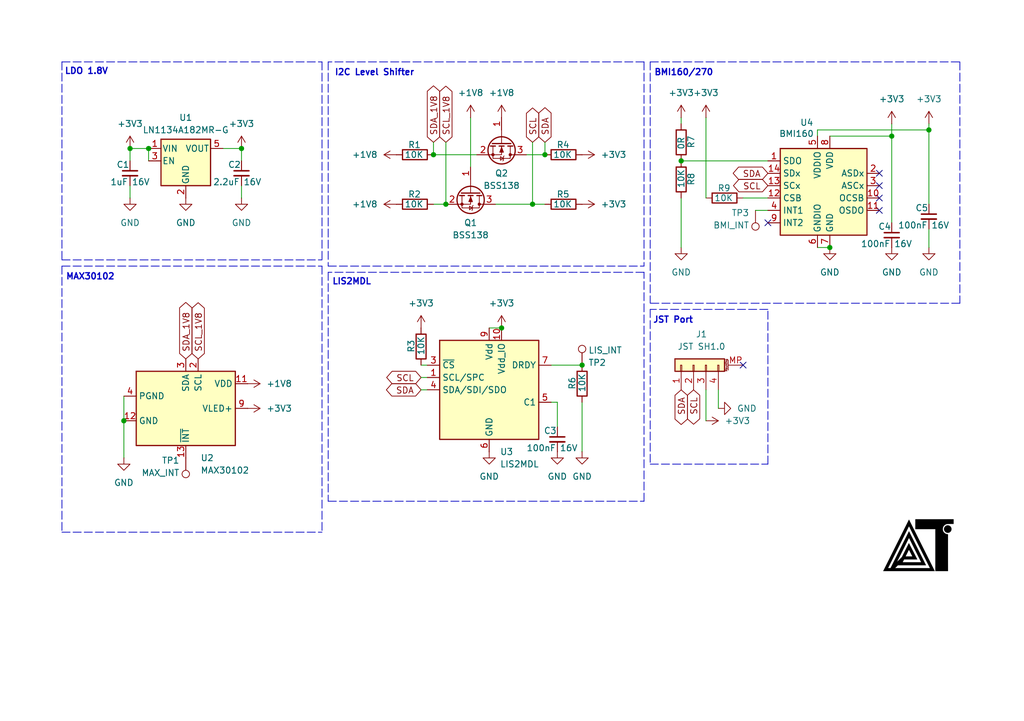
<source format=kicad_sch>
(kicad_sch (version 20231120) (generator "eeschema") (generator_version "8.0")
  (paper "A5")
  (title_block (title "sensor-unit-bmi") (date "2025-04-24") (rev "1.0"))
  (lib_symbols
    (symbol "Connector:TestPoint" (pin_numbers hide) (pin_names (offset 0.762) hide)
      (property "Reference" "TP" (at 0 6.858 0))
      (property "Value" "TestPoint" (at 0 5.08 0))
      (symbol "TestPoint_0_1"
        (circle (center 0 3.302) (radius 0.762))
      )
      (symbol "TestPoint_1_1"
        (pin passive line (at 0 0 90) (length 2.54) (name "1") (number "1"))
      )
    )
    (symbol "Connector_Generic_MountingPin:Conn_01x04_MountingPin" (pin_names (offset 1.016) hide)
      (property "Reference" "J" (at 0 5.08 0))
      (property "Value" "Conn_01x04_MountingPin" (at 1.27 -7.62 0))
      (symbol "Conn_01x04_MountingPin_1_1"
        (rectangle (start -1.27 -4.953) (end 0 -5.207) (stroke (width 0.1524)))
        (rectangle (start -1.27 -2.413) (end 0 -2.667) (stroke (width 0.1524)))
        (rectangle (start -1.27 0.127) (end 0 -0.127) (stroke (width 0.1524)))
        (rectangle (start -1.27 2.667) (end 0 2.413) (stroke (width 0.1524)))
        (rectangle (start -1.27 3.81) (end 1.27 -6.35) (stroke (width 0.254)) (fill (type background)))
        (polyline (pts (xy -1.016 -7.112) (xy 1.016 -7.112)) (stroke (width 0.1524)))
        (text "Mounting" (at 0 -6.731 0) (effects (font (size 0.381 0.381))))
        (pin passive line (at -5.08 2.54 0) (length 3.81) (name "Pin_1") (number "1"))
        (pin passive line (at -5.08 0 0) (length 3.81) (name "Pin_2") (number "2"))
        (pin passive line (at -5.08 -2.54 0) (length 3.81) (name "Pin_3") (number "3"))
        (pin passive line (at -5.08 -5.08 0) (length 3.81) (name "Pin_4") (number "4"))
        (pin passive line (at 0 -10.16 90) (length 3.048) (name "MountPin") (number "MP"))
      )
    )
    (symbol "Device:C_Small" (pin_numbers hide) (pin_names (offset 0.254) hide)
      (property "Reference" "C" (at 0.254 1.778 0))
      (property "Value" "C_Small" (at 0.254 -2.032 0))
      (symbol "C_Small_0_1"
        (polyline (pts (xy -1.524 -0.508) (xy 1.524 -0.508)) (stroke (width 0.3302)))
        (polyline (pts (xy -1.524 0.508) (xy 1.524 0.508)) (stroke (width 0.3048)))
      )
      (symbol "C_Small_1_1"
        (pin passive line (at 0 2.54 270) (length 2.032) (name "~") (number "1"))
        (pin passive line (at 0 -2.54 90) (length 2.032) (name "~") (number "2"))
      )
    )
    (symbol "Device:R" (pin_numbers hide) (pin_names (offset 0))
      (property "Reference" "R" (at 2.032 0 90))
      (property "Value" "R" (at 0 0 90))
      (symbol "R_0_1"
        (rectangle (start -1.016 -2.54) (end 1.016 2.54) (stroke (width 0.254)))
      )
      (symbol "R_1_1"
        (pin passive line (at 0 3.81 270) (length 1.27) (name "~") (number "1"))
        (pin passive line (at 0 -3.81 90) (length 1.27) (name "~") (number "2"))
      )
    )
    (symbol "Regulator_Linear:AP2112K-3.3" (pin_names (offset 0.254))
      (property "Reference" "U" (at -5.08 5.715 0))
      (property "Value" "AP2112K-3.3" (at 0 5.715 0))
      (symbol "AP2112K-3.3_0_1"
        (rectangle (start -5.08 4.445) (end 5.08 -5.08) (stroke (width 0.254)) (fill (type background)))
      )
      (symbol "AP2112K-3.3_1_1"
        (pin power_in line (at -7.62 2.54 0) (length 2.54) (name "VIN") (number "1"))
        (pin power_in line (at 0 -7.62 90) (length 2.54) (name "GND") (number "2"))
        (pin input line (at -7.62 0 0) (length 2.54) (name "EN") (number "3"))
        (pin no_connect line (at 5.08 0 180) (length 2.54) hide (name "NC") (number "4"))
        (pin power_out line (at 7.62 2.54 180) (length 2.54) (name "VOUT") (number "5"))
      )
    )
    (symbol "Sensor:MAX30102"
      (property "Reference" "U" (at 7.62 15.24 0))
      (property "Value" "MAX30102" (at 7.62 12.7 0))
      (symbol "MAX30102_0_1"
        (rectangle (start -7.62 10.16) (end 7.62 -10.16) (stroke (width 0.254)) (fill (type background)))
      )
      (symbol "MAX30102_1_1"
        (pin no_connect line (at -7.62 5.08 0) (length 2.54) hide (name "NC") (number "1"))
        (pin passive line (at 0 12.7 270) (length 2.54) hide (name "VLED+") (number "10"))
        (pin power_in line (at -5.08 12.7 270) (length 2.54) (name "VDD") (number "11"))
        (pin power_in line (at 2.54 -12.7 90) (length 2.54) (name "GND") (number "12"))
        (pin output line (at 10.16 0 180) (length 2.54) (name "~{INT}") (number "13"))
        (pin no_connect line (at 7.62 2.54 180) (length 2.54) hide (name "NC") (number "14"))
        (pin input line (at -10.16 2.54 0) (length 2.54) (name "SCL") (number "2"))
        (pin bidirectional line (at -10.16 0 0) (length 2.54) (name "SDA") (number "3"))
        (pin power_in line (at -2.54 -12.7 90) (length 2.54) (name "PGND") (number "4"))
        (pin no_connect line (at 7.62 -7.62 180) (length 2.54) hide (name "NC") (number "5"))
        (pin no_connect line (at 7.62 -5.08 180) (length 2.54) hide (name "NC") (number "6"))
        (pin no_connect line (at -7.62 -2.54 0) (length 2.54) hide (name "NC") (number "7"))
        (pin no_connect line (at 7.62 5.08 180) (length 2.54) hide (name "NC") (number "8"))
        (pin power_in line (at 0 12.7 270) (length 2.54) (name "VLED+") (number "9"))
      )
    )
    (symbol "Sensor_Magnetic:LIS2MDL"
      (property "Reference" "U" (at -8.89 11.43 0))
      (property "Value" "LIS2MDL" (at 7.62 11.43 0))
      (symbol "LIS2MDL_0_1"
        (rectangle (start -10.16 10.16) (end 10.16 -10.16) (stroke (width 0.254)) (fill (type background)))
      )
      (symbol "LIS2MDL_1_1"
        (pin input line (at -12.7 2.54 0) (length 2.54) (name "SCL/SPC") (number "1"))
        (pin power_in line (at 2.54 12.7 270) (length 2.54) (name "Vdd_IO") (number "10"))
        (pin no_connect line (at -10.16 -7.62 0) (length 2.54) hide (name "NC") (number "11"))
        (pin no_connect line (at 10.16 -7.62 180) (length 2.54) hide (name "NC") (number "12"))
        (pin no_connect line (at -10.16 -5.08 0) (length 2.54) hide (name "NC") (number "2"))
        (pin input line (at -12.7 5.08 0) (length 2.54) (name "~{CS}") (number "3"))
        (pin bidirectional line (at -12.7 0 0) (length 2.54) (name "SDA/SDI/SDO") (number "4"))
        (pin power_out line (at 12.7 -2.54 180) (length 2.54) (name "C1") (number "5"))
        (pin power_in line (at 0 -12.7 90) (length 2.54) (name "GND") (number "6"))
        (pin output line (at 12.7 5.08 180) (length 2.54) (name "DRDY") (number "7"))
        (pin passive line (at 0 -12.7 90) (length 2.54) hide (name "GND") (number "8"))
        (pin power_in line (at 0 12.7 270) (length 2.54) (name "Vdd") (number "9"))
      )
    )
    (symbol "Sensor_Motion:BMI160"
      (property "Reference" "U" (at -10.16 8.89 0))
      (property "Value" "BMI160" (at 7.62 8.89 0))
      (symbol "BMI160_1_1"
        (rectangle (start -10.16 7.62) (end 7.62 -10.16) (stroke (width 0.254)) (fill (type background)))
        (pin bidirectional line (at -12.7 5.08 0) (length 2.54) (name "SDO") (number "1"))
        (pin bidirectional line (at 10.16 -2.54 180) (length 2.54) (name "OCSB") (number "10"))
        (pin bidirectional line (at 10.16 -5.08 180) (length 2.54) (name "OSDO") (number "11"))
        (pin input line (at -12.7 -2.54 0) (length 2.54) (name "CSB") (number "12"))
        (pin input line (at -12.7 0 0) (length 2.54) (name "SCx") (number "13"))
        (pin bidirectional line (at -12.7 2.54 0) (length 2.54) (name "SDx") (number "14"))
        (pin bidirectional line (at 10.16 2.54 180) (length 2.54) (name "ASDx") (number "2"))
        (pin output line (at 10.16 0 180) (length 2.54) (name "ASCx") (number "3"))
        (pin bidirectional line (at -12.7 -5.08 0) (length 2.54) (name "INT1") (number "4"))
        (pin power_in line (at -2.54 10.16 270) (length 2.54) (name "VDDIO") (number "5"))
        (pin power_in line (at -2.54 -12.7 90) (length 2.54) (name "GNDIO") (number "6"))
        (pin power_in line (at 0 -12.7 90) (length 2.54) (name "GND") (number "7"))
        (pin power_in line (at 0 10.16 270) (length 2.54) (name "VDD") (number "8"))
        (pin bidirectional line (at -12.7 -7.62 0) (length 2.54) (name "INT2") (number "9"))
      )
    )
    (symbol "Transistor_FET:BSS138" (pin_names hide)
      (property "Reference" "Q" (at 5.08 1.905 0))
      (property "Value" "BSS138" (at 5.08 0 0))
      (symbol "BSS138_0_1"
        (polyline (pts (xy 0.254 0) (xy -2.54 0)))
        (polyline (pts (xy 0.254 1.905) (xy 0.254 -1.905)) (stroke (width 0.254)))
        (polyline (pts (xy 0.762 -1.27) (xy 0.762 -2.286)) (stroke (width 0.254)))
        (polyline (pts (xy 0.762 0.508) (xy 0.762 -0.508)) (stroke (width 0.254)))
        (polyline (pts (xy 0.762 2.286) (xy 0.762 1.27)) (stroke (width 0.254)))
        (polyline (pts (xy 2.54 2.54) (xy 2.54 1.778)))
        (polyline (pts (xy 2.54 -2.54) (xy 2.54 0) (xy 0.762 0)))
        (polyline (pts (xy 0.762 -1.778) (xy 3.302 -1.778) (xy 3.302 1.778) (xy 0.762 1.778)))
        (polyline (pts (xy 1.016 0) (xy 2.032 0.381) (xy 2.032 -0.381) (xy 1.016 0)) (fill (type outline)))
        (polyline (pts (xy 2.794 0.508) (xy 2.921 0.381) (xy 3.683 0.381) (xy 3.81 0.254)))
        (polyline (pts (xy 3.302 0.381) (xy 2.921 -0.254) (xy 3.683 -0.254) (xy 3.302 0.381)))
        (circle (center 1.651 0) (radius 2.794) (stroke (width 0.254)))
        (circle (center 2.54 -1.778) (radius 0.254) (fill (type outline)))
        (circle (center 2.54 1.778) (radius 0.254) (fill (type outline)))
      )
      (symbol "BSS138_1_1"
        (pin input line (at -5.08 0 0) (length 2.54) (name "G") (number "1"))
        (pin passive line (at 2.54 -5.08 90) (length 2.54) (name "S") (number "2"))
        (pin passive line (at 2.54 5.08 270) (length 2.54) (name "D") (number "3"))
      )
    )
    (symbol "power:+1V8" (power) (pin_numbers hide) (pin_names (offset 0) hide)
      (property "Value" "+1V8" (at 0 3.556 0))
      (symbol "+1V8_0_1"
        (polyline (pts (xy -0.762 1.27) (xy 0 2.54)))
        (polyline (pts (xy 0 0) (xy 0 2.54)))
        (polyline (pts (xy 0 2.54) (xy 0.762 1.27)))
      )
      (symbol "+1V8_1_1"
        (pin power_in line (at 0 0 90) (length 0) (name "~") (number "1"))
      )
    )
    (symbol "power:+3V3" (power) (pin_numbers hide) (pin_names (offset 0) hide)
      (property "Value" "+3V3" (at 0 3.556 0))
      (symbol "+3V3_0_1"
        (polyline (pts (xy -0.762 1.27) (xy 0 2.54)))
        (polyline (pts (xy 0 0) (xy 0 2.54)))
        (polyline (pts (xy 0 2.54) (xy 0.762 1.27)))
      )
      (symbol "+3V3_1_1"
        (pin power_in line (at 0 0 90) (length 0) (name "~") (number "1"))
      )
    )
    (symbol "power:GND" (power) (pin_numbers hide) (pin_names (offset 0) hide)
      (property "Value" "GND" (at 0 -3.81 0))
      (symbol "GND_0_1"
        (polyline (pts (xy 0 0) (xy 0 -1.27) (xy 1.27 -1.27) (xy 0 -2.54) (xy -1.27 -1.27) (xy 0 -1.27)))
      )
      (symbol "GND_1_1"
        (pin power_in line (at 0 0 270) (length 0) (name "~") (number "1"))
      )
    )
  )
  (junction (at 109.22 41.91))
  (junction (at 139.7 33.02))
  (junction (at 30.48 30.48))
  (junction (at 49.53 30.48))
  (junction (at 111.76 31.75))
  (junction (at 102.87 67.31))
  (junction (at 91.44 41.91))
  (junction (at 119.38 74.93))
  (junction (at 25.4 86.36))
  (junction (at 170.18 50.8))
  (junction (at 182.88 27.94))
  (junction (at 88.9 31.75))
  (junction (at 190.5 26.67))
  (junction (at 26.67 30.48))
  (no_connect (at 180.34 35.56))
  (no_connect (at 180.34 38.1))
  (no_connect (at 157.48 45.72))
  (no_connect (at 180.34 40.64))
  (no_connect (at 152.4 74.93))
  (no_connect (at 180.34 43.18))
  (polyline (pts (xy 66.04 54.61) (xy 66.04 109.22)) (stroke (width 0) (type dash)))
  (wire (pts (xy 152.4 40.64) (xy 157.48 40.64)))
  (polyline (pts (xy 12.7 53.34) (xy 66.04 53.34)) (stroke (width 0) (type dash)))
  (wire (pts (xy 190.5 26.67) (xy 190.5 41.91)))
  (wire (pts (xy 139.7 33.02) (xy 157.48 33.02)))
  (wire (pts (xy 100.33 67.31) (xy 102.87 67.31)))
  (wire (pts (xy 109.22 29.21) (xy 109.22 41.91)))
  (polyline (pts (xy 133.35 63.5) (xy 133.35 95.25)) (stroke (width 0) (type dash)))
  (wire (pts (xy 26.67 40.64) (xy 26.67 38.1)))
  (polyline (pts (xy 66.04 12.7) (xy 66.04 53.34)) (stroke (width 0) (type dash)))
  (wire (pts (xy 88.9 31.75) (xy 97.79 31.75)))
  (wire (pts (xy 45.72 30.48) (xy 49.53 30.48)))
  (polyline (pts (xy 157.48 95.25) (xy 157.48 63.5)) (stroke (width 0) (type dash)))
  (polyline (pts (xy 132.08 55.88) (xy 67.31 55.88)) (stroke (width 0) (type dash)))
  (wire (pts (xy 167.64 50.8) (xy 170.18 50.8)))
  (wire (pts (xy 30.48 30.48) (xy 30.48 33.02)))
  (polyline (pts (xy 133.35 12.7) (xy 196.85 12.7)) (stroke (width 0) (type dash)))
  (wire (pts (xy 26.67 30.48) (xy 30.48 30.48)))
  (wire (pts (xy 109.22 41.91) (xy 111.76 41.91)))
  (wire (pts (xy 190.5 25.4) (xy 190.5 26.67)))
  (wire (pts (xy 182.88 27.94) (xy 170.18 27.94)))
  (wire (pts (xy 190.5 46.99) (xy 190.5 50.8)))
  (wire (pts (xy 101.6 41.91) (xy 109.22 41.91)))
  (wire (pts (xy 139.7 24.13) (xy 139.7 25.4)))
  (polyline (pts (xy 67.31 12.7) (xy 67.31 54.61)) (stroke (width 0) (type dash)))
  (wire (pts (xy 25.4 93.98) (xy 25.4 86.36)))
  (wire (pts (xy 144.78 80.01) (xy 144.78 86.36)))
  (polyline (pts (xy 12.7 109.22) (xy 66.04 109.22)) (stroke (width 0) (type dash)))
  (polyline (pts (xy 67.31 55.88) (xy 67.31 102.87)) (stroke (width 0) (type dash)))
  (polyline (pts (xy 133.35 12.7) (xy 133.35 62.23)) (stroke (width 0) (type dash)))
  (polyline (pts (xy 196.85 62.23) (xy 133.35 62.23)) (stroke (width 0) (type dash)))
  (wire (pts (xy 113.03 74.93) (xy 119.38 74.93)))
  (wire (pts (xy 111.76 29.21) (xy 111.76 31.75)))
  (wire (pts (xy 91.44 29.21) (xy 91.44 41.91)))
  (polyline (pts (xy 157.48 63.5) (xy 133.35 63.5)) (stroke (width 0) (type dash)))
  (wire (pts (xy 88.9 41.91) (xy 91.44 41.91)))
  (polyline (pts (xy 133.35 95.25) (xy 157.48 95.25)) (stroke (width 0) (type dash)))
  (wire (pts (xy 87.63 77.47) (xy 86.36 77.47)))
  (wire (pts (xy 26.67 33.02) (xy 26.67 30.48)))
  (polyline (pts (xy 12.7 12.7) (xy 12.7 53.34)) (stroke (width 0) (type dash)))
  (wire (pts (xy 114.3 82.55) (xy 114.3 87.63)))
  (polyline (pts (xy 12.7 12.7) (xy 66.04 12.7)) (stroke (width 0) (type dash)))
  (wire (pts (xy 144.78 24.13) (xy 144.78 40.64)))
  (wire (pts (xy 96.52 24.13) (xy 96.52 34.29)))
  (wire (pts (xy 154.94 43.18) (xy 157.48 43.18)))
  (wire (pts (xy 167.64 26.67) (xy 190.5 26.67)))
  (polyline (pts (xy 132.08 12.7) (xy 132.08 54.61)) (stroke (width 0) (type dash)))
  (wire (pts (xy 86.36 74.93) (xy 87.63 74.93)))
  (polyline (pts (xy 132.08 102.87) (xy 132.08 55.88)) (stroke (width 0) (type dash)))
  (wire (pts (xy 49.53 30.48) (xy 49.53 33.02)))
  (wire (pts (xy 182.88 25.4) (xy 182.88 27.94)))
  (wire (pts (xy 25.4 81.28) (xy 25.4 86.36)))
  (polyline (pts (xy 67.31 102.87) (xy 132.08 102.87)) (stroke (width 0) (type dash)))
  (wire (pts (xy 49.53 40.64) (xy 49.53 38.1)))
  (polyline (pts (xy 132.08 12.7) (xy 67.31 12.7)) (stroke (width 0) (type dash)))
  (wire (pts (xy 88.9 29.21) (xy 88.9 31.75)))
  (polyline (pts (xy 12.7 54.61) (xy 66.04 54.61)) (stroke (width 0) (type dash)))
  (wire (pts (xy 147.32 80.01) (xy 147.32 83.82)))
  (wire (pts (xy 119.38 82.55) (xy 119.38 92.71)))
  (wire (pts (xy 87.63 80.01) (xy 86.36 80.01)))
  (wire (pts (xy 107.95 31.75) (xy 111.76 31.75)))
  (polyline (pts (xy 196.85 12.7) (xy 196.85 62.23)) (stroke (width 0) (type dash)))
  (polyline (pts (xy 67.31 54.61) (xy 132.08 54.61)) (stroke (width 0) (type dash)))
  (wire (pts (xy 167.64 27.94) (xy 167.64 26.67)))
  (wire (pts (xy 139.7 50.8) (xy 139.7 40.64)))
  (wire (pts (xy 182.88 45.72) (xy 182.88 27.94)))
  (wire (pts (xy 114.3 82.55) (xy 113.03 82.55)))
  (polyline (pts (xy 12.7 54.61) (xy 12.7 109.22)) (stroke (width 0) (type dash)))
  (image (at 187.96 111.76) (scale 0.359998))
  (text "LDO 1.8V\n" (at 13.208 15.494 0) (effects (font (size 1.27 1.27) (thickness 0.254) (bold yes)) (justify left bottom)))
  (text "MAX30102\n" (at 13.462 57.658 0) (effects (font (size 1.27 1.27) (thickness 0.254) (bold yes)) (justify left bottom)))
  (text "JST Port\n" (at 133.858 66.548 0) (effects (font (size 1.27 1.27) (thickness 0.254) (bold yes)) (justify left bottom)))
  (text "LIS2MDL" (at 68.072 58.674 0) (effects (font (size 1.27 1.27) (thickness 0.254) (bold yes)) (justify left bottom)))
  (text "BMI160/270\n" (at 134.112 15.748 0) (effects (font (size 1.27 1.27) (thickness 0.254) (bold yes)) (justify left bottom)))
  (text "I2C Level Shifter" (at 68.58 15.748 0) (effects (font (size 1.27 1.27) (thickness 0.254) (bold yes)) (justify left bottom)))
  (global_label "SDA_1V8" (shape bidirectional) (at 38.1 73.66 90) (property "Intersheetrefs" "${INTERSHEET_REFS}" (effects (hide yes))))
  (global_label "SCL" (shape bidirectional) (at 109.22 29.21 90) (property "Intersheetrefs" "${INTERSHEET_REFS}" (effects (hide yes))))
  (global_label "SDA" (shape bidirectional) (at 86.36 80.01 180) (property "Intersheetrefs" "${INTERSHEET_REFS}" (effects (hide yes))))
  (global_label "SDA" (shape bidirectional) (at 157.48 35.56 180) (property "Intersheetrefs" "${INTERSHEET_REFS}" (effects (hide yes))))
  (global_label "SCL_1V8" (shape bidirectional) (at 91.44 29.21 90) (property "Intersheetrefs" "${INTERSHEET_REFS}" (effects (hide yes))))
  (global_label "SCL_1V8" (shape bidirectional) (at 40.64 73.66 90) (property "Intersheetrefs" "${INTERSHEET_REFS}" (effects (hide yes))))
  (global_label "SCL" (shape bidirectional) (at 142.24 80.01 270) (property "Intersheetrefs" "${INTERSHEET_REFS}" (effects (hide yes))))
  (global_label "SCL" (shape bidirectional) (at 157.48 38.1 180) (property "Intersheetrefs" "${INTERSHEET_REFS}" (effects (hide yes))))
  (global_label "SCL" (shape bidirectional) (at 86.36 77.47 180) (property "Intersheetrefs" "${INTERSHEET_REFS}" (effects (hide yes))))
  (global_label "SDA" (shape bidirectional) (at 139.7 80.01 270) (property "Intersheetrefs" "${INTERSHEET_REFS}" (effects (hide yes))))
  (global_label "SDA_1V8" (shape bidirectional) (at 88.9 29.21 90) (property "Intersheetrefs" "${INTERSHEET_REFS}" (effects (hide yes))))
  (global_label "SDA" (shape bidirectional) (at 111.76 29.21 90) (property "Intersheetrefs" "${INTERSHEET_REFS}" (effects (hide yes))))
  (symbol (lib_id "power:+3V3") (at 102.87 67.31 0) (unit 1)
    (property "Reference" "#PWR015" (effects (hide yes)))
    (property "Value" "+3V3" (at 102.87 62.23 0))
    (property "Description" "Power symbol creates a global label with name \"+3V3\"" (effects (hide yes)))
  )
  (symbol (lib_id "power:+3V3") (at 50.8 83.82 270) (unit 1)
    (property "Reference" "#PWR08" (effects (hide yes)))
    (property "Value" "+3V3" (at 54.61 83.8199 90) (effects (justify left)))
    (property "Description" "Power symbol creates a global label with name \"+3V3\"" (effects (hide yes)))
  )
  (symbol (lib_id "power:+3V3") (at 139.7 24.13 0) (unit 1)
    (property "Reference" "#PWR020" (effects (hide yes)))
    (property "Value" "+3V3" (at 139.7 19.05 0))
    (property "Description" "Power symbol creates a global label with name \"+3V3\"" (effects (hide yes)))
  )
  (symbol (lib_id "Device:R") (at 85.09 41.91 90) (unit 1)
    (property "Reference" "R2" (at 86.36 39.878 90) (effects (justify left)))
    (property "Value" "10K" (at 86.868 41.91 90) (effects (justify left)))
    (property "Footprint" "Resistor_SMD:R_0402_1005Metric" (effects (hide yes)))
    (property "Description" "Resistor" (effects (hide yes)))
  )
  (symbol (lib_id "power:+3V3") (at 144.78 24.13 0) (unit 1)
    (property "Reference" "#PWR022" (effects (hide yes)))
    (property "Value" "+3V3" (at 144.78 19.05 0))
    (property "Description" "Power symbol creates a global label with name \"+3V3\"" (effects (hide yes)))
  )
  (symbol (lib_id "Device:R") (at 86.36 71.12 0) (mirror y) (unit 1)
    (property "Reference" "R3" (at 84.328 72.39 90) (effects (justify left)))
    (property "Value" "10K" (at 86.36 72.898 90) (effects (justify left)))
    (property "Footprint" "Resistor_SMD:R_0402_1005Metric" (effects (hide yes)))
    (property "Description" "Resistor" (effects (hide yes)))
  )
  (symbol (lib_id "Device:R") (at 85.09 31.75 90) (unit 1)
    (property "Reference" "R1" (at 86.36 29.718 90) (effects (justify left)))
    (property "Value" "10K" (at 86.868 31.75 90) (effects (justify left)))
    (property "Footprint" "Resistor_SMD:R_0402_1005Metric" (effects (hide yes)))
    (property "Description" "Resistor" (effects (hide yes)))
  )
  (symbol (lib_id "Regulator_Linear:AP2112K-3.3") (at 38.1 33.02 0) (unit 1)
    (property "Reference" "U1" (at 38.1 24.13 0))
    (property "Value" "LN1134A182MR-G" (at 38.1 26.67 0))
    (property "Footprint" "Package_TO_SOT_SMD:SOT-23-5" (effects (hide yes)))
  )
  (symbol (lib_id "power:+3V3") (at 144.78 86.36 270) (unit 1)
    (property "Reference" "#PWR023" (effects (hide yes)))
    (property "Value" "+3V3" (at 148.59 86.3599 90) (effects (justify left)))
    (property "Description" "Power symbol creates a global label with name \"+3V3\"" (effects (hide yes)))
  )
  (symbol (lib_id "Device:C_Small") (at 190.5 44.45 0) (unit 1)
    (property "Reference" "C5" (at 187.706 42.672 0) (effects (justify left)))
    (property "Value" "100nF 16V" (at 184.15 46.228 0) (effects (justify left)))
    (property "Footprint" "Capacitor_SMD:C_0603_1608Metric" (effects (hide yes)))
    (property "Description" "Unpolarized capacitor, small symbol" (effects (hide yes)))
  )
  (symbol (lib_id "power:GND") (at 26.67 40.64 0) (unit 1)
    (property "Reference" "#PWR03" (effects (hide yes)))
    (property "Value" "GND" (at 26.67 45.72 0))
    (property "Description" "Power symbol creates a global label with name \"GND\" , ground" (effects (hide yes)))
  )
  (symbol (lib_id "power:+1V8") (at 81.28 41.91 90) (unit 1)
    (property "Reference" "#PWR010" (effects (hide yes)))
    (property "Value" "+1V8" (at 77.47 41.9099 90) (effects (justify left)))
    (property "Description" "Power symbol creates a global label with name \"+1V8\"" (effects (hide yes)))
  )
  (symbol (lib_id "power:+3V3") (at 182.88 25.4 0) (unit 1)
    (property "Reference" "#PWR026" (effects (hide yes)))
    (property "Value" "+3V3" (at 182.88 20.32 0))
    (property "Description" "Power symbol creates a global label with name \"+3V3\"" (effects (hide yes)))
  )
  (symbol (lib_id "Device:R") (at 119.38 78.74 0) (mirror y) (unit 1)
    (property "Reference" "R6" (at 117.348 80.01 90) (effects (justify left)))
    (property "Value" "10K" (at 119.38 80.518 90) (effects (justify left)))
    (property "Footprint" "Resistor_SMD:R_0402_1005Metric" (effects (hide yes)))
    (property "Description" "Resistor" (effects (hide yes)))
  )
  (symbol (lib_id "power:GND") (at 139.7 50.8 0) (unit 1)
    (property "Reference" "#PWR021" (effects (hide yes)))
    (property "Value" "GND" (at 139.7 55.88 0))
    (property "Description" "Power symbol creates a global label with name \"GND\" , ground" (effects (hide yes)))
  )
  (symbol (lib_id "Device:R") (at 139.7 29.21 0) (unit 1)
    (property "Reference" "R7" (at 141.732 30.48 90) (effects (justify left)))
    (property "Value" "0R" (at 139.7 30.734 90) (effects (justify left)))
    (property "Footprint" "Resistor_SMD:R_0402_1005Metric" (effects (hide yes)))
    (property "Description" "Resistor" (effects (hide yes)))
  )
  (symbol (lib_id "Device:R") (at 115.57 41.91 90) (unit 1)
    (property "Reference" "R5" (at 116.84 39.878 90) (effects (justify left)))
    (property "Value" "10K" (at 117.348 41.91 90) (effects (justify left)))
    (property "Footprint" "Resistor_SMD:R_0402_1005Metric" (effects (hide yes)))
    (property "Description" "Resistor" (effects (hide yes)))
  )
  (symbol (lib_id "power:+3V3") (at 86.36 67.31 0) (unit 1)
    (property "Reference" "#PWR011" (effects (hide yes)))
    (property "Value" "+3V3" (at 86.36 62.23 0))
    (property "Description" "Power symbol creates a global label with name \"+3V3\"" (effects (hide yes)))
  )
  (symbol (lib_id "power:GND") (at 49.53 40.64 0) (unit 1)
    (property "Reference" "#PWR06" (effects (hide yes)))
    (property "Value" "GND" (at 49.53 45.72 0))
    (property "Description" "Power symbol creates a global label with name \"GND\" , ground" (effects (hide yes)))
  )
  (symbol (lib_id "Transistor_FET:BSS138") (at 96.52 39.37 270) (unit 1)
    (property "Reference" "Q1" (at 96.52 45.72 90))
    (property "Value" "BSS138" (at 96.52 48.26 90))
    (property "Footprint" "Package_TO_SOT_SMD:SOT-23" (effects (hide yes)))
    (property "Datasheet" "https://www.onsemi.com/pub/Collateral/BSS138-D.PDF" (effects (hide yes)))
    (property "Description" "50V Vds, 0.22A Id, N-Channel MOSFET, SOT-23" (effects (hide yes)))
  )
  (symbol (lib_id "power:+1V8") (at 50.8 78.74 270) (unit 1)
    (property "Reference" "#PWR07" (effects (hide yes)))
    (property "Value" "+1V8" (at 54.61 78.7399 90) (effects (justify left)))
    (property "Description" "Power symbol creates a global label with name \"+1V8\"" (effects (hide yes)))
  )
  (symbol (lib_id "Device:R") (at 115.57 31.75 90) (unit 1)
    (property "Reference" "R4" (at 116.84 29.718 90) (effects (justify left)))
    (property "Value" "10K" (at 117.348 31.75 90) (effects (justify left)))
    (property "Footprint" "Resistor_SMD:R_0402_1005Metric" (effects (hide yes)))
    (property "Description" "Resistor" (effects (hide yes)))
  )
  (symbol (lib_id "Sensor_Motion:BMI160") (at 170.18 38.1 0) (unit 1)
    (property "Reference" "U4" (at 164.084 25.146 0) (effects (justify left)))
    (property "Value" "BMI160" (at 159.766 27.432 0) (effects (justify left)))
    (property "Footprint" "Package_LGA:Bosch_LGA-14_3x2.5mm_P0.5mm" (effects (hide yes)))
    (property "Datasheet" "https://www.bosch-sensortec.com/media/boschsensortec/downloads/datasheets/bst-bmi160-ds000.pdf" (effects (hide yes)))
    (property "Description" "Small, low power inertial measurement unit, LGA-14" (effects (hide yes)))
  )
  (symbol (lib_id "power:+1V8") (at 102.87 24.13 0) (unit 1)
    (property "Reference" "#PWR014" (effects (hide yes)))
    (property "Value" "+1V8" (at 102.87 19.05 0))
    (property "Description" "Power symbol creates a global label with name \"+1V8\"" (effects (hide yes)))
  )
  (symbol (lib_id "power:GND") (at 119.38 92.71 0) (unit 1)
    (property "Reference" "#PWR019" (effects (hide yes)))
    (property "Value" "GND" (at 119.38 97.79 0))
    (property "Description" "Power symbol creates a global label with name \"GND\" , ground" (effects (hide yes)))
  )
  (symbol (lib_id "power:GND") (at 38.1 40.64 0) (unit 1)
    (property "Reference" "#PWR04" (effects (hide yes)))
    (property "Value" "GND" (at 38.1 45.72 0))
    (property "Description" "Power symbol creates a global label with name \"GND\" , ground" (effects (hide yes)))
  )
  (symbol (lib_id "power:GND") (at 25.4 93.98 0) (unit 1)
    (property "Reference" "#PWR01" (effects (hide yes)))
    (property "Value" "GND" (at 25.4 99.06 0))
    (property "Description" "Power symbol creates a global label with name \"GND\" , ground" (effects (hide yes)))
  )
  (symbol (lib_id "power:+3V3") (at 26.67 30.48 0) (unit 1)
    (property "Reference" "#PWR02" (effects (hide yes)))
    (property "Value" "+3V3" (at 26.67 25.4 0))
    (property "Description" "Power symbol creates a global label with name \"+3V3\"" (effects (hide yes)))
  )
  (symbol (lib_id "Device:C_Small") (at 26.67 35.56 0) (unit 1)
    (property "Reference" "C1" (at 23.876 33.782 0) (effects (justify left)))
    (property "Value" "1uF 16V" (at 22.606 37.338 0) (effects (justify left)))
    (property "Footprint" "Capacitor_SMD:C_0603_1608Metric" (effects (hide yes)))
    (property "Description" "Unpolarized capacitor, small symbol" (effects (hide yes)))
  )
  (symbol (lib_id "power:+3V3") (at 119.38 31.75 270) (unit 1)
    (property "Reference" "#PWR017" (effects (hide yes)))
    (property "Value" "+3V3" (at 123.19 31.7499 90) (effects (justify left)))
    (property "Description" "Power symbol creates a global label with name \"+3V3\"" (effects (hide yes)))
  )
  (symbol (lib_id "power:+1V8") (at 96.52 24.13 0) (unit 1)
    (property "Reference" "#PWR012" (effects (hide yes)))
    (property "Value" "+1V8" (at 96.52 19.05 0))
    (property "Description" "Power symbol creates a global label with name \"+1V8\"" (effects (hide yes)))
  )
  (symbol (lib_id "power:GND") (at 190.5 50.8 0) (unit 1)
    (property "Reference" "#PWR029" (effects (hide yes)))
    (property "Value" "GND" (at 190.5 55.88 0))
    (property "Description" "Power symbol creates a global label with name \"GND\" , ground" (effects (hide yes)))
  )
  (symbol (lib_id "Connector:TestPoint") (at 154.94 43.18 0) (mirror x) (unit 1)
    (property "Reference" "TP3" (at 153.67 43.688 0) (effects (justify right)))
    (property "Value" "BMI_INT" (at 153.67 46.228 0) (effects (justify right)))
    (property "Footprint" "TestPoint:TestPoint_Pad_D1.0mm" (effects (hide yes)))
    (property "Description" "test point" (effects (hide yes)))
  )
  (symbol (lib_id "Device:C_Small") (at 182.88 48.26 0) (unit 1)
    (property "Reference" "C4" (at 180.086 46.482 0) (effects (justify left)))
    (property "Value" "100nF 16V" (at 176.53 50.038 0) (effects (justify left)))
    (property "Footprint" "Capacitor_SMD:C_0603_1608Metric" (effects (hide yes)))
    (property "Description" "Unpolarized capacitor, small symbol" (effects (hide yes)))
  )
  (symbol (lib_id "Sensor:MAX30102") (at 38.1 83.82 270) (unit 1)
    (property "Reference" "U2" (at 41.1165 93.98 90) (effects (justify left)))
    (property "Value" "MAX30102" (at 41.1165 96.52 90) (effects (justify left)))
    (property "Footprint" "OptoDevice:Maxim_OLGA-14_3.3x5.6mm_P0.8mm" (effects (hide yes)))
    (property "Datasheet" "https://datasheets.maximintegrated.com/en/ds/MAX30102.pdf" (effects (hide yes)))
    (property "Description" "Heart Rate Sensor, 14-OLGA" (effects (hide yes)))
  )
  (symbol (lib_id "power:+3V3") (at 190.5 25.4 0) (unit 1)
    (property "Reference" "#PWR028" (effects (hide yes)))
    (property "Value" "+3V3" (at 190.5 20.32 0))
    (property "Description" "Power symbol creates a global label with name \"+3V3\"" (effects (hide yes)))
  )
  (symbol (lib_id "Device:R") (at 148.59 40.64 90) (unit 1)
    (property "Reference" "R9" (at 149.86 38.608 90) (effects (justify left)))
    (property "Value" "10K" (at 150.368 40.64 90) (effects (justify left)))
    (property "Footprint" "Resistor_SMD:R_0402_1005Metric" (effects (hide yes)))
    (property "Description" "Resistor" (effects (hide yes)))
  )
  (symbol (lib_id "power:GND") (at 182.88 50.8 0) (unit 1)
    (property "Reference" "#PWR027" (effects (hide yes)))
    (property "Value" "GND" (at 182.88 55.88 0))
    (property "Description" "Power symbol creates a global label with name \"GND\" , ground" (effects (hide yes)))
  )
  (symbol (lib_id "power:+3V3") (at 49.53 30.48 0) (unit 1)
    (property "Reference" "#PWR05" (effects (hide yes)))
    (property "Value" "+3V3" (at 49.53 25.4 0))
    (property "Description" "Power symbol creates a global label with name \"+3V3\"" (effects (hide yes)))
  )
  (symbol (lib_id "power:GND") (at 170.18 50.8 0) (unit 1)
    (property "Reference" "#PWR025" (effects (hide yes)))
    (property "Value" "GND" (at 170.18 55.88 0))
    (property "Description" "Power symbol creates a global label with name \"GND\" , ground" (effects (hide yes)))
  )
  (symbol (lib_id "power:+1V8") (at 81.28 31.75 90) (unit 1)
    (property "Reference" "#PWR09" (effects (hide yes)))
    (property "Value" "+1V8" (at 77.47 31.7499 90) (effects (justify left)))
    (property "Description" "Power symbol creates a global label with name \"+1V8\"" (effects (hide yes)))
  )
  (symbol (lib_id "power:+3V3") (at 119.38 41.91 270) (unit 1)
    (property "Reference" "#PWR018" (effects (hide yes)))
    (property "Value" "+3V3" (at 123.19 41.9099 90) (effects (justify left)))
    (property "Description" "Power symbol creates a global label with name \"+3V3\"" (effects (hide yes)))
  )
  (symbol (lib_id "Transistor_FET:BSS138") (at 102.87 29.21 270) (unit 1)
    (property "Reference" "Q2" (at 102.87 35.56 90))
    (property "Value" "BSS138" (at 102.87 38.1 90))
    (property "Footprint" "Package_TO_SOT_SMD:SOT-23" (effects (hide yes)))
    (property "Datasheet" "https://www.onsemi.com/pub/Collateral/BSS138-D.PDF" (effects (hide yes)))
    (property "Description" "50V Vds, 0.22A Id, N-Channel MOSFET, SOT-23" (effects (hide yes)))
  )
  (symbol (lib_id "power:GND") (at 114.3 92.71 0) (unit 1)
    (property "Reference" "#PWR016" (effects (hide yes)))
    (property "Value" "GND" (at 114.3 97.79 0))
    (property "Description" "Power symbol creates a global label with name \"GND\" , ground" (effects (hide yes)))
  )
  (symbol (lib_id "Connector:TestPoint") (at 119.38 74.93 0) (mirror y) (unit 1)
    (property "Reference" "TP2" (at 120.65 74.422 0) (effects (justify right)))
    (property "Value" "LIS_INT" (at 120.65 71.882 0) (effects (justify right)))
    (property "Footprint" "TestPoint:TestPoint_Pad_D1.0mm" (effects (hide yes)))
    (property "Description" "test point" (effects (hide yes)))
  )
  (symbol (lib_id "Sensor_Magnetic:LIS2MDL") (at 100.33 80.01 0) (unit 1)
    (property "Reference" "U3" (at 102.5241 92.71 0) (effects (justify left)))
    (property "Value" "LIS2MDL" (at 102.5241 95.25 0) (effects (justify left)))
    (property "Footprint" "Package_LGA:LGA-12_2x2mm_P0.5mm" (effects (hide yes)))
    (property "Datasheet" "https://www.st.com/resource/en/datasheet/lis2mdl.pdf" (effects (hide yes)))
    (property "Description" "Ultra-low-power, 3-axis digital output magnetometer, LGA-12" (effects (hide yes)))
  )
  (symbol (lib_id "Connector_Generic_MountingPin:Conn_01x04_MountingPin") (at 142.24 74.93 90) (unit 1)
    (property "Reference" "J1" (at 143.8656 68.58 90))
    (property "Value" "JST SH1.0" (at 143.8656 71.12 90))
    (property "Footprint" "Connector_JST:JST_SH_SM04B-SRSS-TB_1x04-1MP_P1.00mm_Horizontal" (effects (hide yes)))
    (property "Description" "Generic connectable mounting pin connector, single row, 01x04, script generated (kicad-library-utils/schlib/autogen/connector/)" (effects (hide yes)))
  )
  (symbol (lib_id "Connector:TestPoint") (at 38.1 93.98 0) (mirror x) (unit 1)
    (property "Reference" "TP1" (at 36.83 94.488 0) (effects (justify right)))
    (property "Value" "MAX_INT" (at 36.83 97.028 0) (effects (justify right)))
    (property "Footprint" "TestPoint:TestPoint_Pad_D1.0mm" (effects (hide yes)))
    (property "Description" "test point" (effects (hide yes)))
  )
  (symbol (lib_id "power:GND") (at 100.33 92.71 0) (unit 1)
    (property "Reference" "#PWR013" (effects (hide yes)))
    (property "Value" "GND" (at 100.33 97.79 0))
    (property "Description" "Power symbol creates a global label with name \"GND\" , ground" (effects (hide yes)))
  )
  (symbol (lib_id "power:GND") (at 147.32 83.82 90) (unit 1)
    (property "Reference" "#PWR024" (effects (hide yes)))
    (property "Value" "GND" (at 151.13 83.8199 90) (effects (justify right)))
    (property "Description" "Power symbol creates a global label with name \"GND\" , ground" (effects (hide yes)))
  )
  (symbol (lib_id "Device:R") (at 139.7 36.83 0) (unit 1)
    (property "Reference" "R8" (at 141.732 38.1 90) (effects (justify left)))
    (property "Value" "10K" (at 139.7 38.608 90) (effects (justify left)))
    (property "Footprint" "Resistor_SMD:R_0402_1005Metric" (effects (hide yes)))
    (property "Description" "Resistor" (effects (hide yes)))
  )
  (symbol (lib_id "Device:C_Small") (at 114.3 90.17 0) (unit 1)
    (property "Reference" "C3" (at 111.506 88.392 0) (effects (justify left)))
    (property "Value" "100nF 16V" (at 107.95 91.948 0) (effects (justify left)))
    (property "Footprint" "Capacitor_SMD:C_0603_1608Metric" (effects (hide yes)))
    (property "Description" "Unpolarized capacitor, small symbol" (effects (hide yes)))
  )
  (symbol (lib_id "Device:C_Small") (at 49.53 35.56 0) (unit 1)
    (property "Reference" "C2" (at 46.736 33.782 0) (effects (justify left)))
    (property "Value" "2.2uF 16V" (at 43.688 37.338 0) (effects (justify left)))
    (property "Footprint" "Capacitor_SMD:C_0603_1608Metric" (effects (hide yes)))
    (property "Description" "Unpolarized capacitor, small symbol" (effects (hide yes)))
  )
)
</source>
